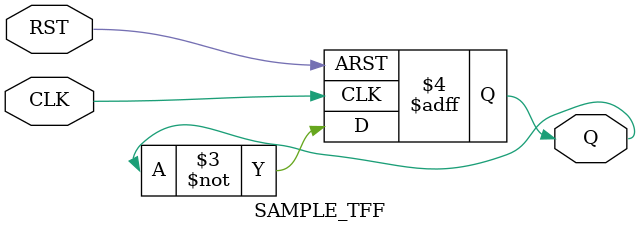
<source format=v>
/*****************************************************
**  Verilog-HDL Training  Lab                       **
******************************************************
**  tff. 							                **
**                                                  **
*****************************************************/
module SAMPLE_TFF( CLK, RST, Q ) ;
input    CLK;
input	RST;
output   Q;
reg      Q;

always @(posedge CLK or negedge RST ) begin
    if( RST == 1'b0 ) begin
        Q <= 1'b0;
    end
    else begin
        Q <= ~Q ;
    end
end
endmodule


</source>
